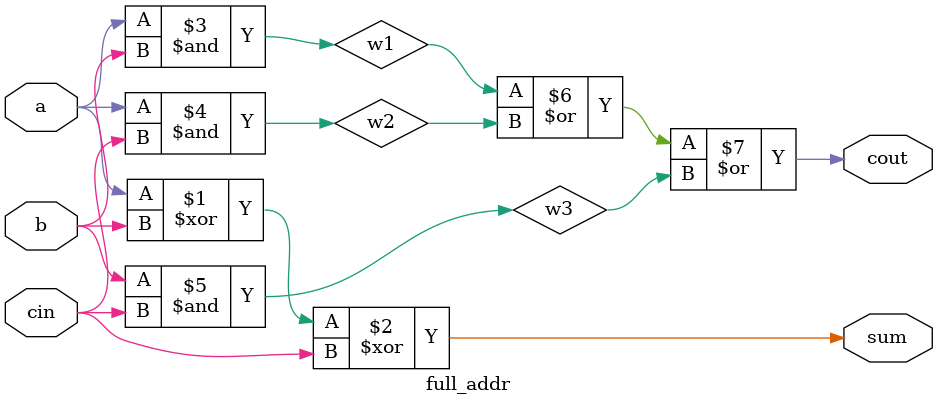
<source format=v>
module full_addr(a,b,cin,sum,cout);
input a,b,cin;
output sum,cout;
wire w1,w2,w3;
xor x1(sum,a,b,cin);
and a1(w1,a,b);
and a2(w2,a,cin);
and a3(w3,b,cin);
or o1(cout,w1,w2,w3);
endmodule


</source>
